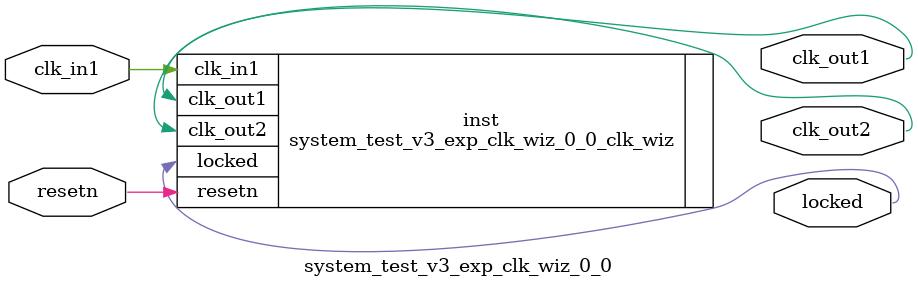
<source format=v>


`timescale 1ps/1ps

(* CORE_GENERATION_INFO = "system_test_v3_exp_clk_wiz_0_0,clk_wiz_v6_0_10_0_0,{component_name=system_test_v3_exp_clk_wiz_0_0,use_phase_alignment=true,use_min_o_jitter=false,use_max_i_jitter=false,use_dyn_phase_shift=false,use_inclk_switchover=false,use_dyn_reconfig=false,enable_axi=0,feedback_source=FDBK_AUTO,PRIMITIVE=PLL,num_out_clk=2,clkin1_period=10.000,clkin2_period=10.000,use_power_down=false,use_reset=true,use_locked=true,use_inclk_stopped=false,feedback_type=SINGLE,CLOCK_MGR_TYPE=NA,manual_override=false}" *)

module system_test_v3_exp_clk_wiz_0_0 
 (
  // Clock out ports
  output        clk_out1,
  output        clk_out2,
  // Status and control signals
  input         resetn,
  output        locked,
 // Clock in ports
  input         clk_in1
 );

  system_test_v3_exp_clk_wiz_0_0_clk_wiz inst
  (
  // Clock out ports  
  .clk_out1(clk_out1),
  .clk_out2(clk_out2),
  // Status and control signals               
  .resetn(resetn), 
  .locked(locked),
 // Clock in ports
  .clk_in1(clk_in1)
  );

endmodule

</source>
